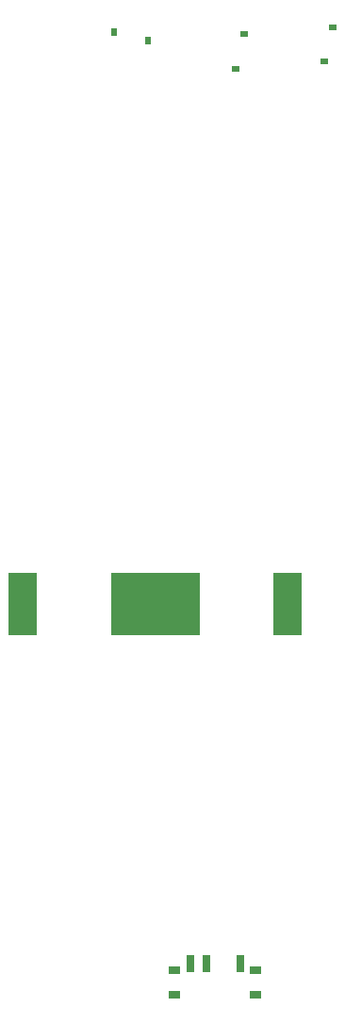
<source format=gbr>
%TF.GenerationSoftware,KiCad,Pcbnew,(6.0.0)*%
%TF.CreationDate,2022-03-29T21:49:08-05:00*%
%TF.ProjectId,R2,52322e6b-6963-4616-945f-706362585858,rev?*%
%TF.SameCoordinates,Original*%
%TF.FileFunction,Paste,Bot*%
%TF.FilePolarity,Positive*%
%FSLAX46Y46*%
G04 Gerber Fmt 4.6, Leading zero omitted, Abs format (unit mm)*
G04 Created by KiCad (PCBNEW (6.0.0)) date 2022-03-29 21:49:08*
%MOMM*%
%LPD*%
G01*
G04 APERTURE LIST*
%ADD10R,0.500000X0.700000*%
%ADD11R,0.700000X0.500000*%
%ADD12R,1.000000X0.800000*%
%ADD13R,0.700000X1.500000*%
%ADD14R,2.600000X5.560000*%
%ADD15R,8.000000X5.560000*%
G04 APERTURE END LIST*
D10*
%TO.C,D1*%
X142750000Y-63525000D03*
X139650000Y-62775000D03*
%TD*%
D11*
%TO.C,D3*%
X158575000Y-65375000D03*
X159325000Y-62275000D03*
%TD*%
D12*
%TO.C,SW1*%
X145100000Y-149130000D03*
X152400000Y-149130000D03*
X145100000Y-146920000D03*
X152400000Y-146920000D03*
D13*
X151000000Y-146270000D03*
X148000000Y-146270000D03*
X146500000Y-146270000D03*
%TD*%
D11*
%TO.C,D2*%
X150575000Y-66025000D03*
X151325000Y-62925000D03*
%TD*%
D14*
%TO.C,BT1*%
X155280000Y-114025000D03*
X131470000Y-114025000D03*
D15*
X143375000Y-114025000D03*
%TD*%
M02*

</source>
